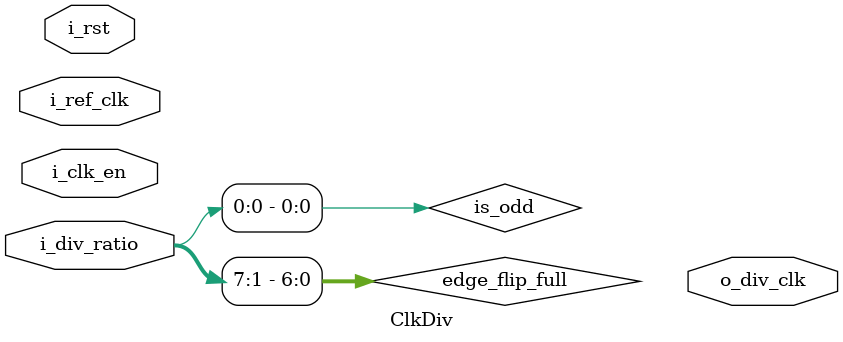
<source format=v>

module ClkDiv #( 
 parameter RATIO_WD = 8 
)
(
 input  wire                   i_ref_clk ,             // Reference clock
 input  wire                   i_rst ,                 // Reset Signal
 input  wire                   i_clk_en,               // clock divider enable
 input  wire [RATIO_WD-1 : 0] i_div_ratio,            // clock division ratio
 output wire                   o_div_clk               // Divided clock
);



reg  [RATIO_WD-2 : 0]  count ;
wire [RATIO_WD-2 :0]   edge_flip_half ;  
wire [RATIO_WD-2 :0]   edge_flip_full ;                                                                        
reg                    div_clk ;
reg                    odd_edge_tog ;               
wire                   is_one ;
wire                   is_zero;
wire                   clk_en;
wire                   is_odd;



always @(posedge i_ref_clk or negedge i_rst)               // counter reset condition 
 begin : counter_proc
  if(!i_rst)
   begin
    count <= 0 ;
	div_clk <= 0 ;	
    odd_edge_tog <= 1 ;
   end
    else if(clk_en) 
     begin
      if(!is_odd && (count == edge_flip_half))              // even edge flip condition 
       begin
        count <= 0 ;                                        // reset counter
        div_clk <= ~div_clk ;                               // clock inversion		
       end
      else if((is_odd && (count == edge_flip_half) && odd_edge_tog ) || (is_odd && (count == edge_flip_full) && !odd_edge_tog ))  // odd edge flip condition
       begin  
        count <= 0 ;                                        // reset counter
        div_clk <= ~div_clk ;		                        // clock inversion
        odd_edge_tog <= ~odd_edge_tog ;                      
       end
    else
     count <= count + 1'b1 ;
   end
 end



assign is_odd = i_div_ratio[0] ;
assign edge_flip_half = ((i_div_ratio >> 1) - 1 ) ;
assign edge_flip_full = (i_div_ratio >> 1) ;

assign is_zero = ~|i_div_ratio ;                               // check if ratio equals to 0 
assign is_one  = (i_div_ratio == 1'b1) ;                       // check if ratio equals to 1 
assign clk_en = i_clk_en & !is_one & !is_zero;                 // Enable if div_ratio not equal to 0 or 1 and block is enabled
// assign o_div_clk = clk_en ? div_clk : i_ref_clk ;              // if clock divider is disabled : generated clock is the reference clock


endmodule
</source>
